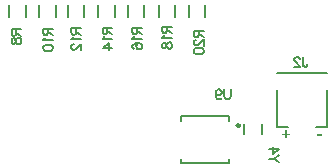
<source format=gbo>
G04*
G04 #@! TF.GenerationSoftware,Altium Limited,Altium Designer,22.10.1 (41)*
G04*
G04 Layer_Color=65535*
%FSLAX25Y25*%
%MOIN*%
G70*
G04*
G04 #@! TF.SameCoordinates,6EEB4584-1C63-4AE3-A79B-07B07B7A1057*
G04*
G04*
G04 #@! TF.FilePolarity,Positive*
G04*
G01*
G75*
%ADD10C,0.00984*%
%ADD12C,0.00787*%
%ADD13C,0.00500*%
%ADD16C,0.00700*%
G36*
X623153Y148995D02*
X624196D01*
Y148556D01*
X623153D01*
Y147513D01*
X622709D01*
Y148556D01*
X621665D01*
Y148995D01*
X622709D01*
Y150049D01*
X623153D01*
Y148995D01*
D02*
G37*
G36*
X634823Y148372D02*
X633363D01*
Y148844D01*
X634823D01*
Y148372D01*
D02*
G37*
D10*
X607573Y151724D02*
G03*
X607573Y151724I-492J0D01*
G01*
D12*
X536202Y187733D02*
Y191867D01*
X530690Y187733D02*
Y191867D01*
X575750Y187733D02*
Y191867D01*
X570238Y187733D02*
Y191867D01*
X565915Y187733D02*
Y191867D01*
X560404Y187733D02*
Y191867D01*
X555726Y187733D02*
Y191867D01*
X550215Y187733D02*
Y191867D01*
X596037Y187733D02*
Y191867D01*
X590525Y187733D02*
Y191867D01*
X586037Y187733D02*
Y191867D01*
X580525Y187733D02*
Y191867D01*
X546249Y187733D02*
Y191867D01*
X540737Y187733D02*
Y191867D01*
D13*
X636630Y151099D02*
Y163580D01*
X633126Y151099D02*
X636630D01*
X620095Y169170D02*
X636630D01*
X620095Y151099D02*
Y163580D01*
Y151099D02*
X623598D01*
X609047Y148768D02*
Y152232D01*
X614953Y148768D02*
Y152232D01*
X603874Y153299D02*
Y154874D01*
X588126Y153299D02*
Y154874D01*
Y139126D02*
Y140701D01*
X603874Y139126D02*
Y140701D01*
X588126Y139126D02*
X603874D01*
X588126Y154874D02*
X603874D01*
D16*
X592301Y183257D02*
X595500D01*
X592301D02*
Y181886D01*
X592453Y181429D01*
X592606Y181276D01*
X592910Y181124D01*
X593215D01*
X593520Y181276D01*
X593672Y181429D01*
X593824Y181886D01*
Y183257D01*
Y182191D02*
X595500Y181124D01*
X593063Y180256D02*
X592910D01*
X592606Y180103D01*
X592453Y179951D01*
X592301Y179646D01*
Y179037D01*
X592453Y178732D01*
X592606Y178580D01*
X592910Y178428D01*
X593215D01*
X593520Y178580D01*
X593977Y178884D01*
X595500Y180408D01*
Y178275D01*
X592301Y176645D02*
X592453Y177102D01*
X592910Y177407D01*
X593672Y177559D01*
X594129D01*
X594891Y177407D01*
X595348Y177102D01*
X595500Y176645D01*
Y176340D01*
X595348Y175883D01*
X594891Y175578D01*
X594129Y175426D01*
X593672D01*
X592910Y175578D01*
X592453Y175883D01*
X592301Y176340D01*
Y176645D01*
X581691Y184589D02*
X584890D01*
X581691D02*
Y183218D01*
X581843Y182761D01*
X581995Y182609D01*
X582300Y182456D01*
X582605D01*
X582909Y182609D01*
X583062Y182761D01*
X583214Y183218D01*
Y184589D01*
Y183523D02*
X584890Y182456D01*
X582300Y181740D02*
X582148Y181436D01*
X581691Y180979D01*
X584890D01*
X581691Y178632D02*
X581843Y179089D01*
X582148Y179242D01*
X582452D01*
X582757Y179089D01*
X582909Y178785D01*
X583062Y178175D01*
X583214Y177718D01*
X583519Y177414D01*
X583824Y177261D01*
X584281D01*
X584585Y177414D01*
X584738Y177566D01*
X584890Y178023D01*
Y178632D01*
X584738Y179089D01*
X584585Y179242D01*
X584281Y179394D01*
X583824D01*
X583519Y179242D01*
X583214Y178937D01*
X583062Y178480D01*
X582909Y177871D01*
X582757Y177566D01*
X582452Y177414D01*
X582148D01*
X581843Y177566D01*
X581691Y178023D01*
Y178632D01*
X571766Y184309D02*
X574965D01*
X571766D02*
Y182938D01*
X571918Y182481D01*
X572071Y182328D01*
X572375Y182176D01*
X572680D01*
X572985Y182328D01*
X573137Y182481D01*
X573289Y182938D01*
Y184309D01*
Y183242D02*
X574965Y182176D01*
X572375Y181460D02*
X572223Y181155D01*
X571766Y180698D01*
X574965D01*
X572223Y177286D02*
X571918Y177438D01*
X571766Y177895D01*
Y178200D01*
X571918Y178657D01*
X572375Y178961D01*
X573137Y179114D01*
X573899D01*
X574508Y178961D01*
X574813Y178657D01*
X574965Y178200D01*
Y178047D01*
X574813Y177590D01*
X574508Y177286D01*
X574051Y177133D01*
X573899D01*
X573442Y177286D01*
X573137Y177590D01*
X572985Y178047D01*
Y178200D01*
X573137Y178657D01*
X573442Y178961D01*
X573899Y179114D01*
X561856Y184257D02*
X565056D01*
X561856D02*
Y182886D01*
X562009Y182429D01*
X562161Y182276D01*
X562466Y182124D01*
X562771D01*
X563075Y182276D01*
X563228Y182429D01*
X563380Y182886D01*
Y184257D01*
Y183190D02*
X565056Y182124D01*
X562466Y181408D02*
X562314Y181103D01*
X561856Y180646D01*
X565056D01*
X561856Y177538D02*
X563989Y179062D01*
Y176776D01*
X561856Y177538D02*
X565056D01*
X551436Y184078D02*
X554635D01*
X551436D02*
Y182707D01*
X551588Y182250D01*
X551741Y182098D01*
X552045Y181946D01*
X552350D01*
X552655Y182098D01*
X552807Y182250D01*
X552960Y182707D01*
Y184078D01*
Y183012D02*
X554635Y181946D01*
X552045Y181229D02*
X551893Y180925D01*
X551436Y180468D01*
X554635D01*
X552198Y178731D02*
X552045D01*
X551741Y178579D01*
X551588Y178426D01*
X551436Y178122D01*
Y177512D01*
X551588Y177208D01*
X551741Y177055D01*
X552045Y176903D01*
X552350D01*
X552655Y177055D01*
X553112Y177360D01*
X554635Y178883D01*
Y176751D01*
X542037Y183874D02*
X545237D01*
X542037D02*
Y182503D01*
X542190Y182046D01*
X542342Y181894D01*
X542647Y181741D01*
X542952D01*
X543256Y181894D01*
X543409Y182046D01*
X543561Y182503D01*
Y183874D01*
Y182808D02*
X545237Y181741D01*
X542647Y181025D02*
X542494Y180720D01*
X542037Y180263D01*
X545237D01*
X542037Y177765D02*
X542190Y178222D01*
X542647Y178527D01*
X543409Y178679D01*
X543866D01*
X544627Y178527D01*
X545084Y178222D01*
X545237Y177765D01*
Y177460D01*
X545084Y177003D01*
X544627Y176699D01*
X543866Y176546D01*
X543409D01*
X542647Y176699D01*
X542190Y177003D01*
X542037Y177460D01*
Y177765D01*
X531515Y183723D02*
X534714D01*
X531515D02*
Y182352D01*
X531667Y181894D01*
X531820Y181742D01*
X532124Y181590D01*
X532429D01*
X532734Y181742D01*
X532886Y181894D01*
X533039Y182352D01*
Y183723D01*
Y182656D02*
X534714Y181590D01*
X531515Y180112D02*
X531667Y180569D01*
X531972Y180721D01*
X532277D01*
X532582Y180569D01*
X532734Y180264D01*
X532886Y179655D01*
X533039Y179198D01*
X533343Y178893D01*
X533648Y178741D01*
X534105D01*
X534410Y178893D01*
X534562Y179045D01*
X534714Y179503D01*
Y180112D01*
X534562Y180569D01*
X534410Y180721D01*
X534105Y180874D01*
X533648D01*
X533343Y180721D01*
X533039Y180417D01*
X532886Y179960D01*
X532734Y179350D01*
X532582Y179045D01*
X532277Y178893D01*
X531972D01*
X531667Y179045D01*
X531515Y179503D01*
Y180112D01*
X628578Y174475D02*
Y172037D01*
X628731Y171580D01*
X628883Y171428D01*
X629188Y171275D01*
X629493D01*
X629797Y171428D01*
X629950Y171580D01*
X630102Y172037D01*
Y172342D01*
X627603Y173713D02*
Y173865D01*
X627451Y174170D01*
X627299Y174322D01*
X626994Y174475D01*
X626385D01*
X626080Y174322D01*
X625927Y174170D01*
X625775Y173865D01*
Y173561D01*
X625927Y173256D01*
X626232Y172799D01*
X627756Y171275D01*
X625623D01*
X620600Y139433D02*
X619076Y140652D01*
X617400D01*
X620600Y141870D02*
X619076Y140652D01*
X620600Y143805D02*
X618467Y142282D01*
Y144567D01*
X620600Y143805D02*
X617400D01*
X604550Y163749D02*
Y161463D01*
X604398Y161006D01*
X604093Y160702D01*
X603636Y160549D01*
X603331D01*
X602874Y160702D01*
X602570Y161006D01*
X602417Y161463D01*
Y163749D01*
X599553Y162682D02*
X599706Y162225D01*
X600010Y161920D01*
X600467Y161768D01*
X600620D01*
X601077Y161920D01*
X601381Y162225D01*
X601534Y162682D01*
Y162835D01*
X601381Y163292D01*
X601077Y163596D01*
X600620Y163749D01*
X600467D01*
X600010Y163596D01*
X599706Y163292D01*
X599553Y162682D01*
Y161920D01*
X599706Y161159D01*
X600010Y160702D01*
X600467Y160549D01*
X600772D01*
X601229Y160702D01*
X601381Y161006D01*
M02*

</source>
